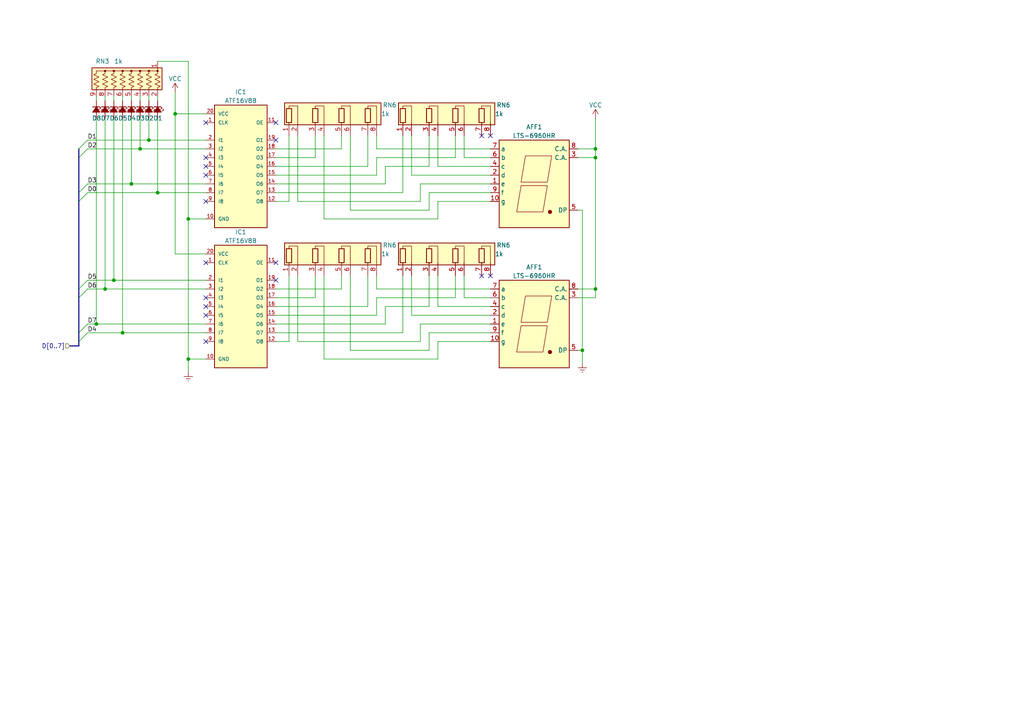
<source format=kicad_sch>
(kicad_sch (version 20230121) (generator eeschema)
  (paper "A4")
  (lib_symbols
    (symbol "ATF16V8B:ATF16V8B" (pin_names (offset 1.016))
      (property "Reference" "IC" (at -7.6215 19.0537 0))
      (property "Value" "ATF16V8B" (at -7.6215 -20.3241 0))
      (symbol "ATF16V8B_0_0"
        (rectangle (start -7.62 -17.78) (end 7.62 17.78) (stroke (width 0.254)) (fill (type background)))
        (pin input line (at -10.16 12.7 0) (length 2.54) (name "CLK") (number "1"))
        (pin power_in line (at -10.16 -15.24 0) (length 2.54) (name "GND") (number "10"))
        (pin input line (at 10.16 12.7 180) (length 2.54) (name "OE") (number "11"))
        (pin output line (at 10.16 -10.16 180) (length 2.54) (name "O8") (number "12"))
        (pin output line (at 10.16 -7.62 180) (length 2.54) (name "O7") (number "13"))
        (pin output line (at 10.16 -5.08 180) (length 2.54) (name "O6") (number "14"))
        (pin output line (at 10.16 -2.54 180) (length 2.54) (name "O5") (number "15"))
        (pin output line (at 10.16 0 180) (length 2.54) (name "O4") (number "16"))
        (pin output line (at 10.16 2.54 180) (length 2.54) (name "O3") (number "17"))
        (pin output line (at 10.16 5.08 180) (length 2.54) (name "O2") (number "18"))
        (pin output line (at 10.16 7.62 180) (length 2.54) (name "O1") (number "19"))
        (pin input line (at -10.16 7.62 0) (length 2.54) (name "I1") (number "2"))
        (pin power_in line (at -10.16 15.24 0) (length 2.54) (name "VCC") (number "20"))
        (pin input line (at -10.16 5.08 0) (length 2.54) (name "I2") (number "3"))
        (pin input line (at -10.16 2.54 0) (length 2.54) (name "I3") (number "4"))
        (pin input line (at -10.16 0 0) (length 2.54) (name "I4") (number "5"))
        (pin input line (at -10.16 -2.54 0) (length 2.54) (name "I5") (number "6"))
        (pin input line (at -10.16 -5.08 0) (length 2.54) (name "I6") (number "7"))
        (pin input line (at -10.16 -7.62 0) (length 2.54) (name "I7") (number "8"))
        (pin input line (at -10.16 -10.16 0) (length 2.54) (name "I8") (number "9"))
      )
    )
    (symbol "Device:LED_Small_Filled" (pin_numbers hide) (pin_names (offset 0.254) hide)
      (property "Reference" "D" (at -1.27 3.175 0))
      (property "Value" "LED_Small_Filled" (at -4.445 -2.54 0))
      (symbol "LED_Small_Filled_0_1"
        (polyline (pts (xy -0.762 -1.016) (xy -0.762 1.016)) (stroke (width 0.254)))
        (polyline (pts (xy 1.016 0) (xy -0.762 0)))
        (polyline (pts (xy 0.762 -1.016) (xy -0.762 0) (xy 0.762 1.016) (xy 0.762 -1.016)) (stroke (width 0.254)) (fill (type outline)))
        (polyline (pts (xy 0 0.762) (xy -0.508 1.27) (xy -0.254 1.27) (xy -0.508 1.27) (xy -0.508 1.016)))
        (polyline (pts (xy 0.508 1.27) (xy 0 1.778) (xy 0.254 1.778) (xy 0 1.778) (xy 0 1.524)))
      )
      (symbol "LED_Small_Filled_1_1"
        (pin passive line (at -2.54 0 0) (length 1.778) (name "K") (number "1"))
        (pin passive line (at 2.54 0 180) (length 1.778) (name "A") (number "2"))
      )
    )
    (symbol "Device:R_Network08_US" (pin_names (offset 0) hide)
      (property "Reference" "RN" (at -12.7 0 90))
      (property "Value" "R_Network08_US" (at 10.16 0 90))
      (symbol "R_Network08_US_0_1"
        (rectangle (start -11.43 -3.175) (end 8.89 3.175) (stroke (width 0.254)) (fill (type background)))
        (circle (center -10.16 2.286) (radius 0.254) (fill (type outline)))
        (circle (center -7.62 2.286) (radius 0.254) (fill (type outline)))
        (circle (center -5.08 2.286) (radius 0.254) (fill (type outline)))
        (circle (center -2.54 2.286) (radius 0.254) (fill (type outline)))
        (polyline (pts (xy -10.16 2.286) (xy 7.62 2.286)))
        (polyline (pts (xy -10.16 2.286) (xy -10.16 1.524) (xy -9.398 1.1684) (xy -10.922 0.508) (xy -9.398 -0.1524) (xy -10.922 -0.8382) (xy -9.398 -1.524) (xy -10.922 -2.1844) (xy -10.16 -2.54) (xy -10.16 -3.81)))
        (polyline (pts (xy -7.62 2.286) (xy -7.62 1.524) (xy -6.858 1.1684) (xy -8.382 0.508) (xy -6.858 -0.1524) (xy -8.382 -0.8382) (xy -6.858 -1.524) (xy -8.382 -2.1844) (xy -7.62 -2.54) (xy -7.62 -3.81)))
        (polyline (pts (xy -5.08 2.286) (xy -5.08 1.524) (xy -4.318 1.1684) (xy -5.842 0.508) (xy -4.318 -0.1524) (xy -5.842 -0.8382) (xy -4.318 -1.524) (xy -5.842 -2.1844) (xy -5.08 -2.54) (xy -5.08 -3.81)))
        (polyline (pts (xy -2.54 2.286) (xy -2.54 1.524) (xy -1.778 1.1684) (xy -3.302 0.508) (xy -1.778 -0.1524) (xy -3.302 -0.8382) (xy -1.778 -1.524) (xy -3.302 -2.1844) (xy -2.54 -2.54) (xy -2.54 -3.81)))
        (polyline (pts (xy 0 2.286) (xy 0 1.524) (xy 0.762 1.1684) (xy -0.762 0.508) (xy 0.762 -0.1524) (xy -0.762 -0.8382) (xy 0.762 -1.524) (xy -0.762 -2.1844) (xy 0 -2.54) (xy 0 -3.81)))
        (polyline (pts (xy 2.54 2.286) (xy 2.54 1.524) (xy 3.302 1.1684) (xy 1.778 0.508) (xy 3.302 -0.1524) (xy 1.778 -0.8382) (xy 3.302 -1.524) (xy 1.778 -2.1844) (xy 2.54 -2.54) (xy 2.54 -3.81)))
        (polyline (pts (xy 5.08 2.286) (xy 5.08 1.524) (xy 5.842 1.1684) (xy 4.318 0.508) (xy 5.842 -0.1524) (xy 4.318 -0.8382) (xy 5.842 -1.524) (xy 4.318 -2.1844) (xy 5.08 -2.54) (xy 5.08 -3.81)))
        (polyline (pts (xy 7.62 2.286) (xy 7.62 1.524) (xy 8.382 1.1684) (xy 6.858 0.508) (xy 8.382 -0.1524) (xy 6.858 -0.8382) (xy 8.382 -1.524) (xy 6.858 -2.1844) (xy 7.62 -2.54) (xy 7.62 -3.81)))
        (circle (center 0 2.286) (radius 0.254) (fill (type outline)))
        (circle (center 2.54 2.286) (radius 0.254) (fill (type outline)))
        (circle (center 5.08 2.286) (radius 0.254) (fill (type outline)))
      )
      (symbol "R_Network08_US_1_1"
        (pin passive line (at -10.16 5.08 270) (length 2.54) (name "common") (number "1"))
        (pin passive line (at -10.16 -5.08 90) (length 1.27) (name "R1") (number "2"))
        (pin passive line (at -7.62 -5.08 90) (length 1.27) (name "R2") (number "3"))
        (pin passive line (at -5.08 -5.08 90) (length 1.27) (name "R3") (number "4"))
        (pin passive line (at -2.54 -5.08 90) (length 1.27) (name "R4") (number "5"))
        (pin passive line (at 0 -5.08 90) (length 1.27) (name "R5") (number "6"))
        (pin passive line (at 2.54 -5.08 90) (length 1.27) (name "R6") (number "7"))
        (pin passive line (at 5.08 -5.08 90) (length 1.27) (name "R7") (number "8"))
        (pin passive line (at 7.62 -5.08 90) (length 1.27) (name "R8") (number "9"))
      )
    )
    (symbol "Device:R_Pack04_SIP" (pin_names (offset 0) hide)
      (property "Reference" "RN" (at -15.24 0 90))
      (property "Value" "R_Pack04_SIP" (at 15.24 0 90))
      (symbol "R_Pack04_SIP_0_1"
        (rectangle (start -13.97 -1.905) (end 13.97 4.445) (stroke (width 0.254)) (fill (type background)))
        (rectangle (start -13.462 2.794) (end -11.938 -1.27) (stroke (width 0.254)))
        (rectangle (start -5.842 2.794) (end -4.318 -1.27) (stroke (width 0.254)))
        (polyline (pts (xy -12.7 2.794) (xy -12.7 3.556) (xy -10.16 3.556) (xy -10.16 -1.27)))
        (polyline (pts (xy -5.08 2.794) (xy -5.08 3.556) (xy -2.54 3.556) (xy -2.54 -1.27)))
        (polyline (pts (xy 2.54 2.794) (xy 2.54 3.556) (xy 5.08 3.556) (xy 5.08 -1.27)))
        (polyline (pts (xy 10.16 2.794) (xy 10.16 3.556) (xy 12.7 3.556) (xy 12.7 -1.27)))
        (rectangle (start 1.778 2.794) (end 3.302 -1.27) (stroke (width 0.254)))
        (rectangle (start 9.398 2.794) (end 10.922 -1.27) (stroke (width 0.254)))
      )
      (symbol "R_Pack04_SIP_1_1"
        (pin passive line (at -12.7 -5.08 90) (length 3.81) (name "R1.1") (number "1"))
        (pin passive line (at -10.16 -5.08 90) (length 3.81) (name "R1.2") (number "2"))
        (pin passive line (at -5.08 -5.08 90) (length 3.81) (name "R2.1") (number "3"))
        (pin passive line (at -2.54 -5.08 90) (length 3.81) (name "R2.2") (number "4"))
        (pin passive line (at 2.54 -5.08 90) (length 3.81) (name "R3.1") (number "5"))
        (pin passive line (at 5.08 -5.08 90) (length 3.81) (name "R3.2") (number "6"))
        (pin passive line (at 10.16 -5.08 90) (length 3.81) (name "R4.1") (number "7"))
        (pin passive line (at 12.7 -5.08 90) (length 3.81) (name "R4.2") (number "8"))
      )
    )
    (symbol "Display_Character:LTS-6960HR"
      (property "Reference" "AFF" (at -7.874 13.97 0))
      (property "Value" "LTS-6960HR" (at -2.032 13.97 0))
      (symbol "LTS-6960HR_0_1"
        (rectangle (start -10.16 12.7) (end 10.16 -12.7) (stroke (width 0.254)) (fill (type background)))
        (polyline (pts (xy -3.81 -0.508) (xy 3.81 -0.508) (xy 2.54 -8.128) (xy -5.08 -8.128) (xy -3.81 -0.508) (xy -3.81 -0.508)))
        (polyline (pts (xy -2.54 8.128) (xy 5.08 8.128) (xy 3.81 0.508) (xy -3.81 0.508) (xy -2.54 8.128) (xy -2.54 8.128)))
        (circle (center 4.572 -8.128) (radius 0.508) (fill (type outline)))
      )
      (symbol "LTS-6960HR_1_1"
        (pin passive line (at -12.7 0 0) (length 2.54) (name "e") (number "1"))
        (pin passive line (at -12.7 -5.08 0) (length 2.54) (name "g") (number "10"))
        (pin passive line (at -12.7 2.54 0) (length 2.54) (name "d") (number "2"))
        (pin passive line (at 12.7 7.62 180) (length 2.54) (name "C.A.") (number "3"))
        (pin passive line (at -12.7 5.08 0) (length 2.54) (name "c") (number "4"))
        (pin passive line (at 12.7 -7.62 180) (length 2.54) (name "DP") (number "5"))
        (pin passive line (at -12.7 7.62 0) (length 2.54) (name "b") (number "6"))
        (pin passive line (at -12.7 10.16 0) (length 2.54) (name "a") (number "7"))
        (pin passive line (at 12.7 10.16 180) (length 2.54) (name "C.A.") (number "8"))
        (pin passive line (at -12.7 -2.54 0) (length 2.54) (name "f") (number "9"))
      )
    )
    (symbol "power:Earth" (power) (pin_names (offset 0))
      (symbol "Earth_0_1"
        (polyline (pts (xy -0.635 -1.905) (xy 0.635 -1.905)))
        (polyline (pts (xy -0.127 -2.54) (xy 0.127 -2.54)))
        (polyline (pts (xy 0 -1.27) (xy 0 0)))
        (polyline (pts (xy 1.27 -1.27) (xy -1.27 -1.27)))
      )
      (symbol "Earth_1_1"
        (pin power_in line (at 0 0 270) (length 0) hide (name "Earth") (number "1"))
      )
    )
    (symbol "power:VCC" (power) (pin_names (offset 0))
      (property "Value" "VCC" (at 0 3.81 0))
      (symbol "VCC_0_1"
        (polyline (pts (xy -0.762 1.27) (xy 0 2.54)))
        (polyline (pts (xy 0 0) (xy 0 2.54)))
        (polyline (pts (xy 0 2.54) (xy 0.762 1.27)))
      )
      (symbol "VCC_1_1"
        (pin power_in line (at 0 0 90) (length 0) hide (name "VCC") (number "1"))
      )
    )
  )
  (junction (at 38.1 53.34))
  (junction (at 172.72 45.72))
  (junction (at 27.94 93.98))
  (junction (at 172.72 83.82))
  (junction (at 40.64 43.18))
  (junction (at 45.72 55.88))
  (junction (at 50.8 33.02))
  (junction (at 54.61 63.5))
  (junction (at 54.61 104.14))
  (junction (at 30.48 83.82))
  (junction (at 33.02 81.28))
  (junction (at 168.91 101.6))
  (junction (at 172.72 43.18))
  (junction (at 35.56 96.52))
  (junction (at 43.18 40.64))
  (no_connect (at 139.7 80.01))
  (no_connect (at 59.69 45.72))
  (no_connect (at 80.01 35.56))
  (no_connect (at 139.7 39.37))
  (no_connect (at 59.69 76.2))
  (no_connect (at 59.69 35.56))
  (no_connect (at 80.01 81.28))
  (no_connect (at 59.69 91.44))
  (no_connect (at 142.24 39.37))
  (no_connect (at 59.69 86.36))
  (no_connect (at 142.24 80.01))
  (no_connect (at 59.69 88.9))
  (no_connect (at 59.69 99.06))
  (no_connect (at 80.01 76.2))
  (no_connect (at 59.69 58.42))
  (no_connect (at 59.69 48.26))
  (no_connect (at 59.69 50.8))
  (no_connect (at 80.01 40.64))
  (bus_entry (at 22.86 43.18) (size 2.54 -2.54))
  (bus_entry (at 22.86 99.06) (size 2.54 -2.54))
  (bus_entry (at 22.86 45.72) (size 2.54 -2.54))
  (bus_entry (at 22.86 86.36) (size 2.54 -2.54))
  (bus_entry (at 22.86 96.52) (size 2.54 -2.54))
  (bus_entry (at 22.86 83.82) (size 2.54 -2.54))
  (bus_entry (at 22.86 55.88) (size 2.54 -2.54))
  (bus_entry (at 22.86 58.42) (size 2.54 -2.54))
  (wire (pts (xy 50.8 33.02) (xy 50.8 26.67)))
  (wire (pts (xy 109.22 50.8) (xy 80.01 50.8)))
  (wire (pts (xy 142.24 86.36) (xy 134.62 86.36)))
  (wire (pts (xy 35.56 34.29) (xy 35.56 96.52)))
  (wire (pts (xy 27.94 93.98) (xy 59.69 93.98)))
  (wire (pts (xy 142.24 88.9) (xy 127 88.9)))
  (wire (pts (xy 27.94 27.94) (xy 27.94 29.21)))
  (wire (pts (xy 86.36 80.01) (xy 86.36 99.06)))
  (wire (pts (xy 30.48 34.29) (xy 30.48 83.82)))
  (wire (pts (xy 124.46 80.01) (xy 124.46 88.9)))
  (wire (pts (xy 40.64 27.94) (xy 40.64 29.21)))
  (bus (pts (xy 22.86 83.82) (xy 22.86 86.36)))
  (wire (pts (xy 80.01 88.9) (xy 106.68 88.9)))
  (wire (pts (xy 106.68 39.37) (xy 106.68 48.26)))
  (wire (pts (xy 127 58.42) (xy 142.24 58.42)))
  (wire (pts (xy 45.72 34.29) (xy 45.72 55.88)))
  (wire (pts (xy 80.01 83.82) (xy 99.06 83.82)))
  (wire (pts (xy 132.08 80.01) (xy 132.08 86.36)))
  (wire (pts (xy 93.98 63.5) (xy 127 63.5)))
  (wire (pts (xy 124.46 60.96) (xy 124.46 55.88)))
  (wire (pts (xy 172.72 34.29) (xy 172.72 43.18)))
  (wire (pts (xy 124.46 48.26) (xy 111.76 48.26)))
  (wire (pts (xy 50.8 33.02) (xy 50.8 73.66)))
  (wire (pts (xy 43.18 27.94) (xy 43.18 29.21)))
  (wire (pts (xy 45.72 27.94) (xy 45.72 29.21)))
  (bus (pts (xy 22.86 58.42) (xy 22.86 83.82)))
  (wire (pts (xy 91.44 45.72) (xy 91.44 39.37)))
  (wire (pts (xy 38.1 34.29) (xy 38.1 53.34)))
  (wire (pts (xy 109.22 45.72) (xy 109.22 50.8)))
  (wire (pts (xy 116.84 39.37) (xy 116.84 55.88)))
  (wire (pts (xy 80.01 48.26) (xy 106.68 48.26)))
  (wire (pts (xy 111.76 88.9) (xy 111.76 93.98)))
  (wire (pts (xy 124.46 39.37) (xy 124.46 48.26)))
  (bus (pts (xy 20.32 100.33) (xy 22.86 100.33)))
  (wire (pts (xy 54.61 104.14) (xy 54.61 107.95)))
  (wire (pts (xy 38.1 27.94) (xy 38.1 29.21)))
  (wire (pts (xy 83.82 58.42) (xy 83.82 39.37)))
  (wire (pts (xy 50.8 73.66) (xy 59.69 73.66)))
  (wire (pts (xy 86.36 99.06) (xy 121.92 99.06)))
  (wire (pts (xy 142.24 50.8) (xy 119.38 50.8)))
  (wire (pts (xy 172.72 86.36) (xy 172.72 83.82)))
  (bus (pts (xy 22.86 99.06) (xy 22.86 100.33)))
  (wire (pts (xy 25.4 53.34) (xy 38.1 53.34)))
  (wire (pts (xy 86.36 39.37) (xy 86.36 58.42)))
  (wire (pts (xy 101.6 60.96) (xy 124.46 60.96)))
  (wire (pts (xy 25.4 93.98) (xy 27.94 93.98)))
  (wire (pts (xy 124.46 96.52) (xy 142.24 96.52)))
  (bus (pts (xy 22.86 96.52) (xy 22.86 99.06)))
  (wire (pts (xy 38.1 53.34) (xy 59.69 53.34)))
  (wire (pts (xy 93.98 39.37) (xy 93.98 63.5)))
  (wire (pts (xy 43.18 34.29) (xy 43.18 40.64)))
  (wire (pts (xy 134.62 86.36) (xy 134.62 80.01)))
  (wire (pts (xy 80.01 86.36) (xy 91.44 86.36)))
  (wire (pts (xy 116.84 96.52) (xy 80.01 96.52)))
  (wire (pts (xy 54.61 104.14) (xy 54.61 63.5)))
  (wire (pts (xy 40.64 34.29) (xy 40.64 43.18)))
  (wire (pts (xy 167.64 86.36) (xy 172.72 86.36)))
  (wire (pts (xy 116.84 80.01) (xy 116.84 96.52)))
  (wire (pts (xy 121.92 53.34) (xy 142.24 53.34)))
  (wire (pts (xy 25.4 55.88) (xy 45.72 55.88)))
  (wire (pts (xy 127 104.14) (xy 127 99.06)))
  (wire (pts (xy 25.4 83.82) (xy 30.48 83.82)))
  (wire (pts (xy 172.72 45.72) (xy 172.72 43.18)))
  (wire (pts (xy 134.62 45.72) (xy 134.62 39.37)))
  (wire (pts (xy 121.92 93.98) (xy 142.24 93.98)))
  (wire (pts (xy 101.6 101.6) (xy 124.46 101.6)))
  (wire (pts (xy 93.98 80.01) (xy 93.98 104.14)))
  (wire (pts (xy 132.08 39.37) (xy 132.08 45.72)))
  (wire (pts (xy 59.69 63.5) (xy 54.61 63.5)))
  (wire (pts (xy 80.01 45.72) (xy 91.44 45.72)))
  (wire (pts (xy 33.02 27.94) (xy 33.02 29.21)))
  (wire (pts (xy 121.92 93.98) (xy 121.92 99.06)))
  (wire (pts (xy 119.38 50.8) (xy 119.38 39.37)))
  (wire (pts (xy 127 99.06) (xy 142.24 99.06)))
  (wire (pts (xy 101.6 80.01) (xy 101.6 101.6)))
  (wire (pts (xy 99.06 43.18) (xy 99.06 39.37)))
  (wire (pts (xy 167.64 45.72) (xy 172.72 45.72)))
  (wire (pts (xy 25.4 96.52) (xy 35.56 96.52)))
  (wire (pts (xy 109.22 91.44) (xy 80.01 91.44)))
  (wire (pts (xy 30.48 27.94) (xy 30.48 29.21)))
  (wire (pts (xy 121.92 53.34) (xy 121.92 58.42)))
  (wire (pts (xy 111.76 53.34) (xy 80.01 53.34)))
  (wire (pts (xy 127 88.9) (xy 127 80.01)))
  (wire (pts (xy 142.24 45.72) (xy 134.62 45.72)))
  (bus (pts (xy 22.86 43.18) (xy 22.86 45.72)))
  (wire (pts (xy 124.46 55.88) (xy 142.24 55.88)))
  (wire (pts (xy 127 63.5) (xy 127 58.42)))
  (wire (pts (xy 80.01 43.18) (xy 99.06 43.18)))
  (wire (pts (xy 109.22 86.36) (xy 109.22 91.44)))
  (wire (pts (xy 35.56 27.94) (xy 35.56 29.21)))
  (wire (pts (xy 109.22 80.01) (xy 109.22 83.82)))
  (wire (pts (xy 124.46 101.6) (xy 124.46 96.52)))
  (wire (pts (xy 43.18 40.64) (xy 59.69 40.64)))
  (wire (pts (xy 111.76 93.98) (xy 80.01 93.98)))
  (wire (pts (xy 168.91 101.6) (xy 168.91 105.41)))
  (wire (pts (xy 142.24 48.26) (xy 127 48.26)))
  (wire (pts (xy 93.98 104.14) (xy 127 104.14)))
  (wire (pts (xy 111.76 48.26) (xy 111.76 53.34)))
  (wire (pts (xy 127 48.26) (xy 127 39.37)))
  (bus (pts (xy 22.86 86.36) (xy 22.86 96.52)))
  (bus (pts (xy 22.86 55.88) (xy 22.86 58.42)))
  (wire (pts (xy 109.22 83.82) (xy 142.24 83.82)))
  (wire (pts (xy 40.64 43.18) (xy 59.69 43.18)))
  (wire (pts (xy 27.94 34.29) (xy 27.94 93.98)))
  (wire (pts (xy 172.72 45.72) (xy 172.72 83.82)))
  (wire (pts (xy 25.4 81.28) (xy 33.02 81.28)))
  (wire (pts (xy 167.64 60.96) (xy 168.91 60.96)))
  (wire (pts (xy 116.84 55.88) (xy 80.01 55.88)))
  (wire (pts (xy 109.22 43.18) (xy 142.24 43.18)))
  (wire (pts (xy 35.56 96.52) (xy 59.69 96.52)))
  (wire (pts (xy 59.69 104.14) (xy 54.61 104.14)))
  (wire (pts (xy 109.22 39.37) (xy 109.22 43.18)))
  (wire (pts (xy 106.68 80.01) (xy 106.68 88.9)))
  (bus (pts (xy 22.86 45.72) (xy 22.86 55.88)))
  (wire (pts (xy 168.91 60.96) (xy 168.91 101.6)))
  (wire (pts (xy 101.6 39.37) (xy 101.6 60.96)))
  (wire (pts (xy 124.46 88.9) (xy 111.76 88.9)))
  (wire (pts (xy 54.61 17.78) (xy 54.61 63.5)))
  (wire (pts (xy 86.36 58.42) (xy 121.92 58.42)))
  (wire (pts (xy 25.4 43.18) (xy 40.64 43.18)))
  (wire (pts (xy 167.64 43.18) (xy 172.72 43.18)))
  (wire (pts (xy 142.24 91.44) (xy 119.38 91.44)))
  (wire (pts (xy 33.02 81.28) (xy 59.69 81.28)))
  (wire (pts (xy 167.64 101.6) (xy 168.91 101.6)))
  (wire (pts (xy 83.82 99.06) (xy 83.82 80.01)))
  (wire (pts (xy 167.64 83.82) (xy 172.72 83.82)))
  (wire (pts (xy 80.01 58.42) (xy 83.82 58.42)))
  (wire (pts (xy 119.38 91.44) (xy 119.38 80.01)))
  (wire (pts (xy 25.4 40.64) (xy 43.18 40.64)))
  (wire (pts (xy 132.08 45.72) (xy 109.22 45.72)))
  (wire (pts (xy 91.44 86.36) (xy 91.44 80.01)))
  (wire (pts (xy 33.02 34.29) (xy 33.02 81.28)))
  (wire (pts (xy 80.01 99.06) (xy 83.82 99.06)))
  (wire (pts (xy 59.69 33.02) (xy 50.8 33.02)))
  (wire (pts (xy 45.72 17.78) (xy 54.61 17.78)))
  (wire (pts (xy 132.08 86.36) (xy 109.22 86.36)))
  (wire (pts (xy 30.48 83.82) (xy 59.69 83.82)))
  (wire (pts (xy 45.72 55.88) (xy 59.69 55.88)))
  (wire (pts (xy 99.06 83.82) (xy 99.06 80.01)))
  (label "D0" (at 25.4 55.88 0))
  (label "D1" (at 25.4 40.64 0))
  (label "D3" (at 25.4 53.34 0))
  (label "D7" (at 25.4 93.98 0))
  (label "D4" (at 25.4 96.52 0))
  (label "D6" (at 25.4 83.82 0))
  (label "D2" (at 25.4 43.18 0))
  (label "D5" (at 25.4 81.28 0))
  (hierarchical_label "D[0..7]" (shape input) (at 20.32 100.33 180))
  (symbol (lib_id "Device:R_Pack04_SIP") (at 96.52 74.93 0) (unit 1)
    (property "Reference" "RN6" (at 113.03 71.12 0))
    (property "Value" "1k" (at 111.76 73.66 0))
    (property "Footprint" "Resistor_THT:R_Array_SIP8" (effects hide))
    (property "Datasheet" "http://www.vishay.com/docs/31509/csc.pdf" (effects hide))
    (instances (project "rod6502" (path "" (reference "RN6") (unit 1)) (path "" (reference "RN6") (unit 1)) (path "" (reference "RN15") (unit 1))))
  )
  (symbol (lib_id "Device:R_Network08_US") (at 35.56 22.86 0) (mirror y) (unit 1)
    (property "Reference" "RN3" (at 31.75 17.78 0) (effects (justify left)))
    (property "Value" "1k" (at 35.56 17.78 0) (effects (justify left)))
    (property "Footprint" "Resistor_THT:R_Array_SIP9" (effects hide))
    (property "Datasheet" "http://www.vishay.com/docs/31509/csc.pdf" (effects hide))
    (instances (project "rod6502" (path "" (reference "RN3") (unit 1)) (path "" (reference "RN3") (unit 1)) (path "" (reference "RN12") (unit 1))))
  )
  (symbol (lib_id "Display_Character:LTS-6960HR") (at 154.94 53.34 0) (unit 1)
    (property "Reference" "AFF1" (at 154.94 36.83 0))
    (property "Value" "LTS-6960HR" (at 154.94 39.37 0))
    (property "Footprint" "Display_7Segment:7SegmentLED_LTS6760_LTS6780" (effects hide))
    (property "Datasheet" "https://datasheet.octopart.com/LTS-6960HR-Lite-On-datasheet-11803242.pdf" (effects hide))
    (instances (project "rod6502" (path "" (reference "AFF1") (unit 1)) (path "" (reference "AFF1") (unit 1)) (path "" (reference "AFF5") (unit 1))))
  )
  (symbol (lib_id "Device:LED_Small_Filled") (at 30.48 31.75 270) (unit 1)
    (property "Reference" "D7" (at 29.21 34.29 90) (effects (justify left)))
    (property "Value" "LED_Small_Filled" (effects hide))
    (instances (project "rod6502" (path "" (reference "D7") (unit 1)) (path "" (reference "D2") (unit 1)) (path "" (reference "D18") (unit 1))))
  )
  (symbol (lib_id "Display_Character:LTS-6960HR") (at 154.94 93.98 0) (unit 1)
    (property "Reference" "AFF1" (at 154.94 77.47 0))
    (property "Value" "LTS-6960HR" (at 154.94 80.01 0))
    (property "Footprint" "Display_7Segment:7SegmentLED_LTS6760_LTS6780" (effects hide))
    (property "Datasheet" "https://datasheet.octopart.com/LTS-6960HR-Lite-On-datasheet-11803242.pdf" (effects hide))
    (instances (project "rod6502" (path "" (reference "AFF1") (unit 1)) (path "" (reference "AFF2") (unit 1)) (path "" (reference "AFF6") (unit 1))))
  )
  (symbol (lib_id "Device:LED_Small_Filled") (at 40.64 31.75 270) (unit 1)
    (property "Reference" "D3" (at 39.37 34.29 90) (effects (justify left)))
    (property "Value" "LED_Small_Filled" (effects hide))
    (instances (project "rod6502" (path "" (reference "D3") (unit 1)) (path "" (reference "D6") (unit 1)) (path "" (reference "D22") (unit 1))))
  )
  (symbol (lib_id "power:Earth") (at 54.61 107.95 0) (unit 1)
    (property "Reference" "#PWR050" (effects hide))
    (property "Value" "Earth" (effects hide))
  )
  (symbol (lib_id "Device:LED_Small_Filled") (at 35.56 31.75 270) (unit 1)
    (property "Reference" "D5" (at 34.29 34.29 90) (effects (justify left)))
    (property "Value" "LED_Small_Filled" (effects hide))
    (instances (project "rod6502" (path "" (reference "D5") (unit 1)) (path "" (reference "D4") (unit 1)) (path "" (reference "D20") (unit 1))))
  )
  (symbol (lib_id "Device:R_Pack04_SIP") (at 129.54 74.93 0) (unit 1)
    (property "Reference" "RN6" (at 146.05 71.12 0))
    (property "Value" "1k" (at 144.78 73.66 0))
    (property "Footprint" "Resistor_THT:R_Array_SIP8" (effects hide))
    (property "Datasheet" "http://www.vishay.com/docs/31509/csc.pdf" (effects hide))
    (instances (project "rod6502" (path "" (reference "RN6") (unit 1)) (path "" (reference "RN11") (unit 1)) (path "" (reference "RN16") (unit 1))))
  )
  (symbol (lib_id "Device:LED_Small_Filled") (at 33.02 31.75 270) (unit 1)
    (property "Reference" "D6" (at 31.75 34.29 90) (effects (justify left)))
    (property "Value" "LED_Small_Filled" (effects hide))
    (instances (project "rod6502" (path "" (reference "D6") (unit 1)) (path "" (reference "D3") (unit 1)) (path "" (reference "D19") (unit 1))))
  )
  (symbol (lib_id "power:VCC") (at 172.72 34.29 0) (unit 1)
    (property "Reference" "#PWR05" (effects hide))
    (property "Value" "+5V" (at 172.72 30.48 0))
    (instances (project "rod6502" (path "" (reference "#PWR05") (unit 1)) (path "" (reference "#PWR025") (unit 1)) (path "" (reference "#PWR025") (unit 1)) (path "" (reference "#PWR048") (unit 1))))
  )
  (symbol (lib_id "Device:LED_Small_Filled") (at 43.18 31.75 270) (unit 1)
    (property "Reference" "D2" (at 41.91 34.29 90) (effects (justify left)))
    (property "Value" "LED_Small_Filled" (effects hide))
    (instances (project "rod6502" (path "" (reference "D2") (unit 1)) (path "" (reference "D7") (unit 1)) (path "" (reference "D23") (unit 1))))
  )
  (symbol (lib_id "Device:LED_Small_Filled") (at 45.72 31.75 270) (unit 1)
    (property "Reference" "D1" (at 44.45 34.29 90) (effects (justify left)))
    (property "Value" "LED_Small_Filled" (effects hide))
    (instances (project "rod6502" (path "" (reference "D1") (unit 1)) (path "" (reference "D8") (unit 1)) (path "" (reference "D24") (unit 1))))
  )
  (symbol (lib_id "ATF16V8B:ATF16V8B") (at 69.85 88.9 0) (unit 1)
    (property "Reference" "IC1" (at 69.85 67.31 0))
    (property "Value" "ATF16V8B" (at 69.85 69.85 0))
    (property "OC_FARNELL" "unknown" (effects hide))
    (property "OC_NEWARK" "unknown" (effects hide))
    (instances (project "rod6502" (path "" (reference "IC1") (unit 1)) (path "" (reference "IC2") (unit 1)) (path "" (reference "IC6") (unit 1))))
  )
  (symbol (lib_id "Device:R_Pack04_SIP") (at 96.52 34.29 0) (unit 1)
    (property "Reference" "RN6" (at 113.03 30.48 0))
    (property "Value" "1k" (at 111.76 33.02 0))
    (property "Footprint" "Resistor_THT:R_Array_SIP8" (effects hide))
    (property "Datasheet" "http://www.vishay.com/docs/31509/csc.pdf" (effects hide))
    (instances (project "rod6502" (path "" (reference "RN6") (unit 1)) (path "" (reference "RN2") (unit 1)) (path "" (reference "RN13") (unit 1))))
  )
  (symbol (lib_id "Device:R_Pack04_SIP") (at 129.54 34.29 0) (unit 1)
    (property "Reference" "RN6" (at 146.05 30.48 0))
    (property "Value" "1k" (at 144.78 33.02 0))
    (property "Footprint" "Resistor_THT:R_Array_SIP8" (effects hide))
    (property "Datasheet" "http://www.vishay.com/docs/31509/csc.pdf" (effects hide))
    (instances (project "rod6502" (path "" (reference "RN6") (unit 1)) (path "" (reference "RN4") (unit 1)) (path "" (reference "RN14") (unit 1))))
  )
  (symbol (lib_id "Device:LED_Small_Filled") (at 38.1 31.75 270) (unit 1)
    (property "Reference" "D4" (at 36.83 34.29 90) (effects (justify left)))
    (property "Value" "LED_Small_Filled" (effects hide))
    (instances (project "rod6502" (path "" (reference "D4") (unit 1)) (path "" (reference "D5") (unit 1)) (path "" (reference "D21") (unit 1))))
  )
  (symbol (lib_id "ATF16V8B:ATF16V8B") (at 69.85 48.26 0) (unit 1)
    (property "Reference" "IC1" (at 69.85 26.67 0))
    (property "Value" "ATF16V8B" (at 69.85 29.21 0))
    (property "OC_FARNELL" "unknown" (effects hide))
    (property "OC_NEWARK" "unknown" (effects hide))
    (instances (project "rod6502" (path "" (reference "IC1") (unit 1)) (path "" (reference "IC1") (unit 1)) (path "" (reference "IC5") (unit 1))))
  )
  (symbol (lib_id "Device:LED_Small_Filled") (at 27.94 31.75 270) (unit 1)
    (property "Reference" "D8" (at 26.67 34.29 90) (effects (justify left)))
    (property "Value" "LED_Small_Filled" (effects hide))
    (instances (project "rod6502" (path "" (reference "D8") (unit 1)) (path "" (reference "D1") (unit 1)) (path "" (reference "D17") (unit 1))))
  )
  (symbol (lib_id "power:VCC") (at 50.8 26.67 0) (unit 1)
    (property "Reference" "#PWR05" (effects hide))
    (property "Value" "+5V" (at 50.8 22.86 0))
    (instances (project "rod6502" (path "" (reference "#PWR05") (unit 1)) (path "" (reference "#PWR025") (unit 1)) (path "" (reference "#PWR023") (unit 1)) (path "" (reference "#PWR047") (unit 1))))
  )
  (symbol (lib_id "power:Earth") (at 168.91 105.41 0) (unit 1)
    (property "Reference" "#PWR050" (effects hide))
    (property "Value" "Earth" (effects hide))
    (instances (project "rod6502" (path "" (reference "#PWR050") (unit 1)) (path "" (reference "#PWR049") (unit 1))))
  )
)
</source>
